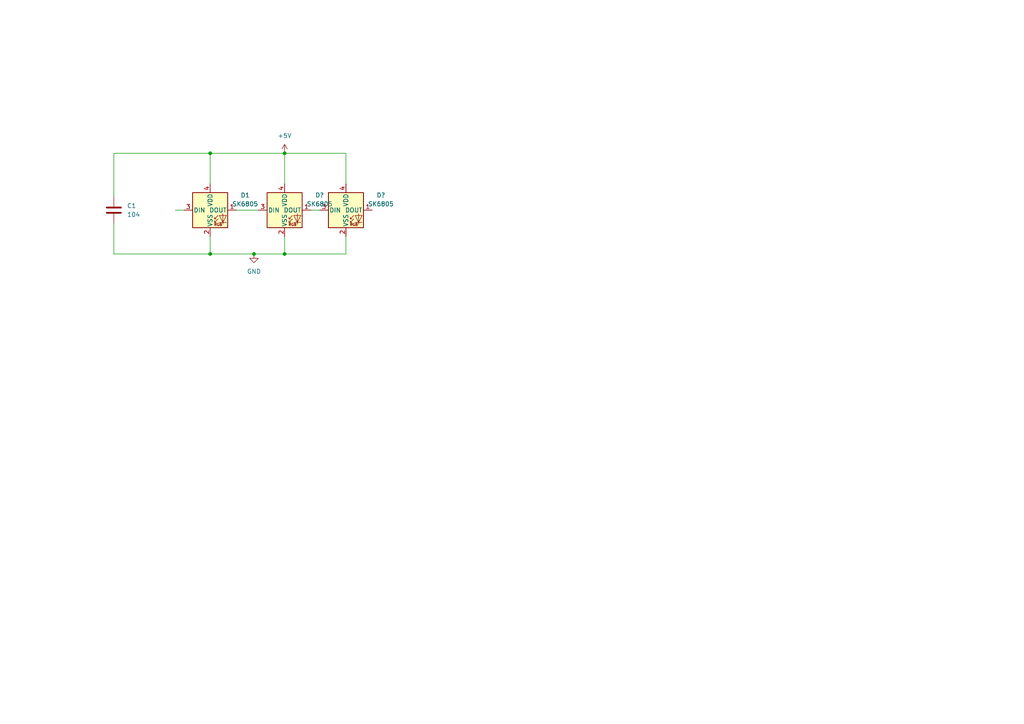
<source format=kicad_sch>
(kicad_sch (version 20211123) (generator eeschema)
  (paper "A4")
  (lib_symbols
    (symbol "Device:C" (pin_numbers hide) (pin_names (offset 0.254))
      (property "Reference" "C" (at 0.635 2.54 0))
      (property "Value" "C" (at 0.635 -2.54 0))
      (symbol "C_0_1"
        (polyline (pts (xy -2.032 -0.762) (xy 2.032 -0.762)) (stroke (width 0.508)))
        (polyline (pts (xy -2.032 0.762) (xy 2.032 0.762)) (stroke (width 0.508)))
      )
      (symbol "C_1_1"
        (pin passive line (at 0 3.81 270) (length 2.794) (name "~") (number "1"))
        (pin passive line (at 0 -3.81 90) (length 2.794) (name "~") (number "2"))
      )
    )
    (symbol "LED:SK6805" (pin_names (offset 0.254))
      (property "Reference" "D" (at 5.08 5.715 0))
      (property "Value" "SK6805" (at 1.27 -5.715 0))
      (symbol "SK6805_0_0"
        (text "RGB" (at 2.286 -4.191 0) (effects (font (size 0.762 0.762))))
      )
      (symbol "SK6805_0_1"
        (polyline (pts (xy 1.27 -3.556) (xy 1.778 -3.556)))
        (polyline (pts (xy 1.27 -2.54) (xy 1.778 -2.54)))
        (polyline (pts (xy 4.699 -3.556) (xy 2.667 -3.556)))
        (polyline (pts (xy 2.286 -2.54) (xy 1.27 -3.556) (xy 1.27 -3.048)))
        (polyline (pts (xy 2.286 -1.524) (xy 1.27 -2.54) (xy 1.27 -2.032)))
        (polyline (pts (xy 3.683 -1.016) (xy 3.683 -3.556) (xy 3.683 -4.064)))
        (polyline (pts (xy 4.699 -1.524) (xy 2.667 -1.524) (xy 3.683 -3.556) (xy 4.699 -1.524)))
        (rectangle (start 5.08 5.08) (end -5.08 -5.08) (stroke (width 0.254)) (fill (type background)))
      )
      (symbol "SK6805_1_1"
        (pin output line (at 7.62 0 180) (length 2.54) (name "DOUT") (number "1"))
        (pin power_in line (at 0 -7.62 90) (length 2.54) (name "VSS") (number "2"))
        (pin input line (at -7.62 0 0) (length 2.54) (name "DIN") (number "3"))
        (pin power_in line (at 0 7.62 270) (length 2.54) (name "VDD") (number "4"))
      )
    )
    (symbol "power:+5V" (power) (pin_names (offset 0))
      (property "Value" "+5V" (at 0 3.556 0))
      (symbol "+5V_0_1"
        (polyline (pts (xy -0.762 1.27) (xy 0 2.54)))
        (polyline (pts (xy 0 0) (xy 0 2.54)))
        (polyline (pts (xy 0 2.54) (xy 0.762 1.27)))
      )
      (symbol "+5V_1_1"
        (pin power_in line (at 0 0 90) (length 0) hide (name "+5V") (number "1"))
      )
    )
    (symbol "power:GND" (power) (pin_names (offset 0))
      (property "Value" "GND" (at 0 -3.81 0))
      (symbol "GND_0_1"
        (polyline (pts (xy 0 0) (xy 0 -1.27) (xy 1.27 -1.27) (xy 0 -2.54) (xy -1.27 -1.27) (xy 0 -1.27)))
      )
      (symbol "GND_1_1"
        (pin power_in line (at 0 0 270) (length 0) hide (name "GND") (number "1"))
      )
    )
  )
  (junction (at 60.96 44.45))
  (junction (at 82.55 73.66))
  (junction (at 60.96 73.66))
  (junction (at 82.55 44.45))
  (junction (at 73.66 73.66))
  (wire (pts (xy 60.96 73.66) (xy 60.96 68.58)))
  (wire (pts (xy 82.55 44.45) (xy 82.55 53.34)))
  (wire (pts (xy 33.02 64.77) (xy 33.02 73.66)))
  (wire (pts (xy 90.17 60.96) (xy 92.71 60.96)))
  (wire (pts (xy 100.33 73.66) (xy 100.33 68.58)))
  (wire (pts (xy 50.8 60.96) (xy 53.34 60.96)))
  (wire (pts (xy 82.55 73.66) (xy 100.33 73.66)))
  (wire (pts (xy 60.96 73.66) (xy 73.66 73.66)))
  (wire (pts (xy 33.02 73.66) (xy 60.96 73.66)))
  (wire (pts (xy 60.96 44.45) (xy 60.96 53.34)))
  (wire (pts (xy 73.66 73.66) (xy 82.55 73.66)))
  (wire (pts (xy 33.02 44.45) (xy 60.96 44.45)))
  (wire (pts (xy 100.33 53.34) (xy 100.33 44.45)))
  (wire (pts (xy 68.58 60.96) (xy 74.93 60.96)))
  (wire (pts (xy 33.02 57.15) (xy 33.02 44.45)))
  (wire (pts (xy 82.55 44.45) (xy 60.96 44.45)))
  (wire (pts (xy 82.55 73.66) (xy 82.55 68.58)))
  (wire (pts (xy 100.33 44.45) (xy 82.55 44.45)))
  (symbol (lib_id "LED:SK6805") (at 100.33 60.96 0) (unit 1)
    (property "Reference" "D?" (at 110.49 56.6293 0))
    (property "Value" "SK6805" (at 110.49 59.1693 0))
    (property "Footprint" "LED_SMD:LED_SK6812_EC15_1.5x1.5mm" (effects hide))
    (property "Datasheet" "https://cdn-shop.adafruit.com/product-files/3484/3484_Datasheet.pdf" (effects hide))
  )
  (symbol (lib_id "power:GND") (at 73.66 73.66 0) (unit 1)
    (property "Reference" "#PWR?" (effects hide))
    (property "Value" "GND" (at 73.66 78.74 0))
  )
  (symbol (lib_id "power:+5V") (at 82.55 44.45 0) (unit 1)
    (property "Reference" "#PWR?" (effects hide))
    (property "Value" "+5V" (at 82.55 39.37 0))
  )
  (symbol (lib_id "LED:SK6805") (at 82.55 60.96 0) (unit 1)
    (property "Reference" "D?" (at 92.71 56.6293 0))
    (property "Value" "SK6805" (at 92.71 59.1693 0))
    (property "Footprint" "LED_SMD:LED_SK6812_EC15_1.5x1.5mm" (effects hide))
    (property "Datasheet" "https://cdn-shop.adafruit.com/product-files/3484/3484_Datasheet.pdf" (effects hide))
  )
  (symbol (lib_id "LED:SK6805") (at 60.96 60.96 0) (unit 1)
    (property "Reference" "D1" (at 71.12 56.6293 0))
    (property "Value" "SK6805" (at 71.12 59.1693 0))
    (property "Footprint" "LED_SMD:LED_SK6812_EC15_1.5x1.5mm" (effects hide))
    (property "Datasheet" "https://cdn-shop.adafruit.com/product-files/3484/3484_Datasheet.pdf" (effects hide))
  )
  (symbol (lib_id "Device:C") (at 33.02 60.96 0) (unit 1)
    (property "Reference" "C1" (at 36.83 59.6899 0) (effects (justify left)))
    (property "Value" "104" (at 36.83 62.2299 0) (effects (justify left)))
    (property "Footprint" "Capacitor_SMD:C_0603_1608Metric" (effects hide))
  )
)
</source>
